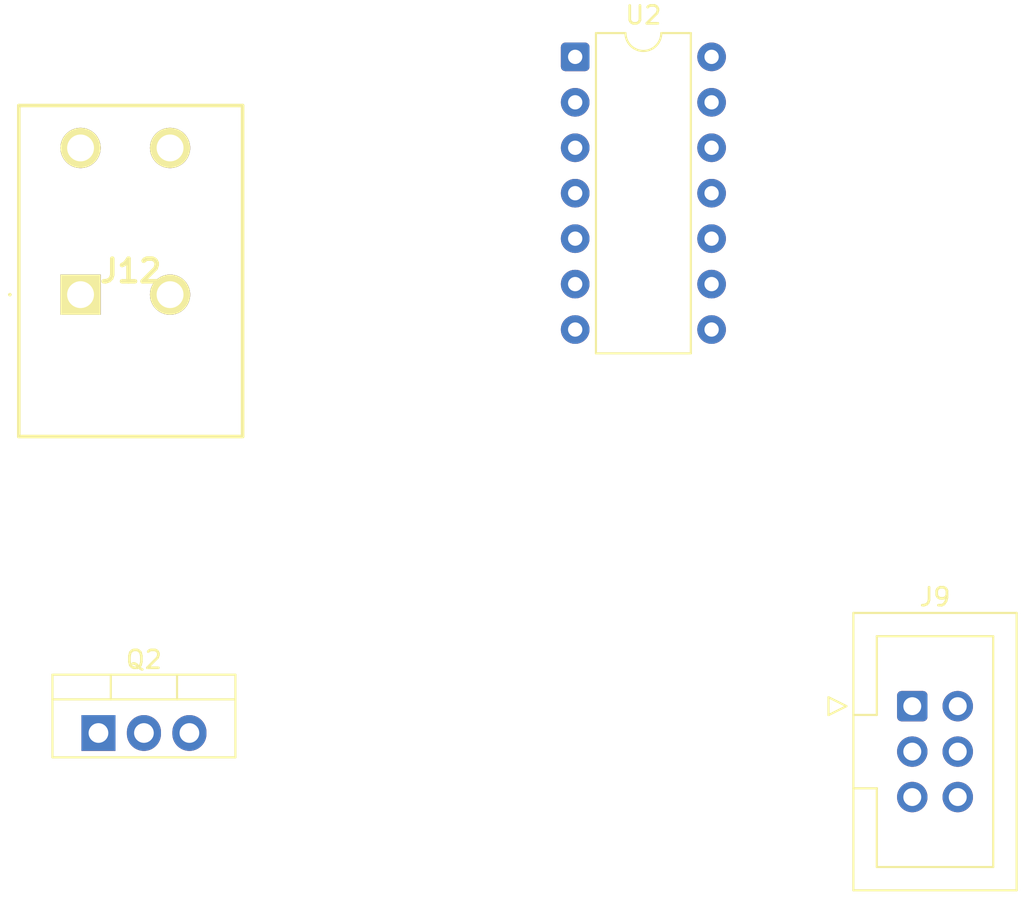
<source format=kicad_pcb>
(kicad_pcb (version 20241229) (generator "pcbnew") (generator_version "9.0")
  (layers (0 "F.Cu" signal) (2 "B.Cu" signal) (13 "F.Paste" user) (15 "B.Paste" user) (5 "F.SilkS" user "F.Silkscreen") (7 "B.SilkS" user "B.Silkscreen") (1 "F.Mask" user) (3 "B.Mask" user) (25 "Edge.Cuts" user))
  (net 0 "")
  (net 1 "+5V")
  (net 2 "/CLK")
  (net 3 "GND")
  (net 4 "/DIN")
  (net 5 "/RESET")
  (net 6 "/MISO")
  (net 11 "Net-(Q2-G)")
  (net 12 "Net-(D2-A)")
  (net 13 "/PWM")
  (net 14 "/CS")
  (net 15 "/EXTRA_POT")
  (net 16 "/BUTTON")
  (net 17 "/POWER_POT")
  (net 18 "/SPEED_POT")
  (net 19 "/CTRL_MODE")
  (net 20 "/BUTTON_MODE")
  (footprint "Amphenol_QT:QT02ADP83H0000G" (layer "F.Cu") (at 70.5 79)
    (property "Reference" "J12" (at 2.8 -1.32 0) (layer "F.SilkS") (effects (font (size 1.27 1.27) (thickness 0.254))))
    (property "Value" "QT02ADP83H0000G" (hide yes))
    (fp_line (start -4 0) (end -4 0) (stroke (width 0.1)) (layer "F.SilkS"))
    (fp_line (start -3.9 0) (end -3.9 0) (stroke (width 0.1)) (layer "F.SilkS"))
    (fp_line (start -3.45 -10.57) (end 9.05 -10.57) (stroke (width 0.2)) (layer "F.SilkS"))
    (fp_line (start -3.45 7.93) (end -3.45 -10.57) (stroke (width 0.2)) (layer "F.SilkS"))
    (fp_line (start 9.05 -10.57) (end 9.05 7.93) (stroke (width 0.2)) (layer "F.SilkS"))
    (fp_line (start 9.05 7.93) (end -3.45 7.93) (stroke (width 0.2)) (layer "F.SilkS"))
    (fp_arc (start -4 0) (mid -3.95 -0.05) (end -3.9 0) (stroke (width 0.1)) (layer "F.SilkS"))
    (fp_arc (start -3.9 0) (mid -3.95 0.05) (end -4 0) (stroke (width 0.1)) (layer "F.SilkS"))
    (pad "1" thru_hole rect (at 0 0 90) (size 2.25 2.25) (drill 1.5) (layers "*.Cu" "*.Mask" "F.SilkS"))
    (pad "2" thru_hole circle (at 0 -8.2 90) (size 2.25 2.25) (drill 1.5) (layers "*.Cu" "*.Mask" "F.SilkS"))
    (pad "3" thru_hole circle (at 5 0 90) (size 2.25 2.25) (drill 1.5) (layers "*.Cu" "*.Mask" "F.SilkS"))
    (pad "4" thru_hole circle (at 5 -8.2 90) (size 2.25 2.25) (drill 1.5) (layers "*.Cu" "*.Mask" "F.SilkS"))
  )
  (footprint "Package_DIP:DIP-14_W7.62mm" (layer "F.Cu") (at 98.13 65.71)
    (property "Reference" "U2" (at 3.81 -2.33 0) (layer "F.SilkS"))
    (property "Value" "ATtiny84")
    (fp_line (start 1.16 -1.33) (end 1.16 16.57) (stroke (width 0.12)) (layer "F.SilkS"))
    (fp_line (start 1.16 16.57) (end 6.46 16.57) (stroke (width 0.12)) (layer "F.SilkS"))
    (fp_line (start 2.81 -1.33) (end 1.16 -1.33) (stroke (width 0.12)) (layer "F.SilkS"))
    (fp_line (start 6.46 -1.33) (end 4.81 -1.33) (stroke (width 0.12)) (layer "F.SilkS"))
    (fp_line (start 6.46 16.57) (end 6.46 -1.33) (stroke (width 0.12)) (layer "F.SilkS"))
    (fp_arc (start 4.81 -1.33) (mid 3.81 -0.33) (end 2.81 -1.33) (stroke (width 0.12)) (layer "F.SilkS"))
    (pad "1" thru_hole roundrect (at 0 0) (size 1.6 1.6) (drill 0.8) (layers "*.Cu" "*.Mask") (roundrect_rratio 0.15625) (net 1 "+5V"))
    (pad "2" thru_hole circle (at 0 2.54) (size 1.6 1.6) (drill 0.8) (layers "*.Cu" "*.Mask") (net 14 "/CS"))
    (pad "3" thru_hole circle (at 0 5.08) (size 1.6 1.6) (drill 0.8) (layers "*.Cu" "*.Mask") (net 20 "/BUTTON_MODE"))
    (pad "4" thru_hole circle (at 0 7.62) (size 1.6 1.6) (drill 0.8) (layers "*.Cu" "*.Mask") (net 5 "/RESET"))
    (pad "5" thru_hole circle (at 0 10.16) (size 1.6 1.6) (drill 0.8) (layers "*.Cu" "*.Mask") (net 16 "/BUTTON"))
    (pad "6" thru_hole circle (at 0 12.7) (size 1.6 1.6) (drill 0.8) (layers "*.Cu" "*.Mask") (net 13 "/PWM"))
    (pad "7" thru_hole circle (at 0 15.24) (size 1.6 1.6) (drill 0.8) (layers "*.Cu" "*.Mask") (net 4 "/DIN"))
    (pad "8" thru_hole circle (at 7.62 15.24) (size 1.6 1.6) (drill 0.8) (layers "*.Cu" "*.Mask") (net 6 "/MISO"))
    (pad "9" thru_hole circle (at 7.62 12.7) (size 1.6 1.6) (drill 0.8) (layers "*.Cu" "*.Mask") (net 2 "/CLK"))
    (pad "10" thru_hole circle (at 7.62 10.16) (size 1.6 1.6) (drill 0.8) (layers "*.Cu" "*.Mask") (net 19 "/CTRL_MODE"))
    (pad "11" thru_hole circle (at 7.62 7.62) (size 1.6 1.6) (drill 0.8) (layers "*.Cu" "*.Mask") (net 15 "/EXTRA_POT"))
    (pad "12" thru_hole circle (at 7.62 5.08) (size 1.6 1.6) (drill 0.8) (layers "*.Cu" "*.Mask") (net 17 "/POWER_POT"))
    (pad "13" thru_hole circle (at 7.62 2.54) (size 1.6 1.6) (drill 0.8) (layers "*.Cu" "*.Mask") (net 18 "/SPEED_POT"))
    (pad "14" thru_hole circle (at 7.62 0) (size 1.6 1.6) (drill 0.8) (layers "*.Cu" "*.Mask") (net 3 "GND"))
  )
  (footprint "Package_TO_SOT_THT:TO-220-3_Vertical" (layer "F.Cu") (at 71.5 103.5)
    (property "Reference" "Q2" (at 2.54 -4.1 0) (layer "F.SilkS"))
    (property "Value" "IRLZ44N")
    (fp_line (start -2.57 -3.26) (end -2.57 1.36) (stroke (width 0.12)) (layer "F.SilkS"))
    (fp_line (start -2.57 -3.26) (end 7.65 -3.26) (stroke (width 0.12)) (layer "F.SilkS"))
    (fp_line (start -2.57 -1.88) (end 7.65 -1.88) (stroke (width 0.12)) (layer "F.SilkS"))
    (fp_line (start -2.57 1.36) (end 7.65 1.36) (stroke (width 0.12)) (layer "F.SilkS"))
    (fp_line (start 0.69 -3.26) (end 0.69 -1.88) (stroke (width 0.12)) (layer "F.SilkS"))
    (fp_line (start 4.39 -3.26) (end 4.39 -1.88) (stroke (width 0.12)) (layer "F.SilkS"))
    (fp_line (start 7.65 -3.26) (end 7.65 1.36) (stroke (width 0.12)) (layer "F.SilkS"))
    (pad "1" thru_hole rect (at 0 0) (size 1.905 2) (drill 1.1) (layers "*.Cu" "*.Mask") (net 11 "Net-(Q2-G)"))
    (pad "2" thru_hole oval (at 2.54 0) (size 1.905 2) (drill 1.1) (layers "*.Cu" "*.Mask") (net 12 "Net-(D2-A)"))
    (pad "3" thru_hole oval (at 5.08 0) (size 1.905 2) (drill 1.1) (layers "*.Cu" "*.Mask") (net 3 "GND"))
  )
  (footprint "Connector_IDC:IDC-Header_2x03_P2.54mm_Vertical" (layer "F.Cu") (at 116.96 102)
    (property "Reference" "J9" (at 1.27 -6.1 0) (layer "F.SilkS"))
    (property "Value" "ICSP")
    (fp_line (start -4.68 -0.5) (end -4.68 0.5) (stroke (width 0.12)) (layer "F.SilkS"))
    (fp_line (start -4.68 0.5) (end -3.68 0) (stroke (width 0.12)) (layer "F.SilkS"))
    (fp_line (start -3.68 0) (end -4.68 -0.5) (stroke (width 0.12)) (layer "F.SilkS"))
    (fp_line (start -3.29 -5.21) (end 5.83 -5.21) (stroke (width 0.12)) (layer "F.SilkS"))
    (fp_line (start -3.29 0.49) (end -1.98 0.49) (stroke (width 0.12)) (layer "F.SilkS"))
    (fp_line (start -3.29 10.29) (end -3.29 -5.21) (stroke (width 0.12)) (layer "F.SilkS"))
    (fp_line (start -1.98 -3.91) (end 4.52 -3.91) (stroke (width 0.12)) (layer "F.SilkS"))
    (fp_line (start -1.98 0.49) (end -1.98 -3.91) (stroke (width 0.12)) (layer "F.SilkS"))
    (fp_line (start -1.98 4.59) (end -3.29 4.59) (stroke (width 0.12)) (layer "F.SilkS"))
    (fp_line (start -1.98 4.59) (end -1.98 4.59) (stroke (width 0.12)) (layer "F.SilkS"))
    (fp_line (start -1.98 8.99) (end -1.98 4.59) (stroke (width 0.12)) (layer "F.SilkS"))
    (fp_line (start 4.52 -3.91) (end 4.52 8.99) (stroke (width 0.12)) (layer "F.SilkS"))
    (fp_line (start 4.52 8.99) (end -1.98 8.99) (stroke (width 0.12)) (layer "F.SilkS"))
    (fp_line (start 5.83 -5.21) (end 5.83 10.29) (stroke (width 0.12)) (layer "F.SilkS"))
    (fp_line (start 5.83 10.29) (end -3.29 10.29) (stroke (width 0.12)) (layer "F.SilkS"))
    (pad "1" thru_hole roundrect (at 0 0) (size 1.7 1.7) (drill 1) (layers "*.Cu" "*.Mask") (roundrect_rratio 0.147059) (net 6 "/MISO"))
    (pad "2" thru_hole circle (at 2.54 0) (size 1.7 1.7) (drill 1) (layers "*.Cu" "*.Mask") (net 2 "/CLK"))
    (pad "3" thru_hole circle (at 0 2.54) (size 1.7 1.7) (drill 1) (layers "*.Cu" "*.Mask") (net 5 "/RESET"))
    (pad "4" thru_hole circle (at 2.54 2.54) (size 1.7 1.7) (drill 1) (layers "*.Cu" "*.Mask") (net 3 "GND"))
    (pad "5" thru_hole circle (at 0 5.08) (size 1.7 1.7) (drill 1) (layers "*.Cu" "*.Mask") (net 4 "/DIN"))
    (pad "6" thru_hole circle (at 2.54 5.08) (size 1.7 1.7) (drill 1) (layers "*.Cu" "*.Mask") (net 1 "+5V"))
  )
)
</source>
